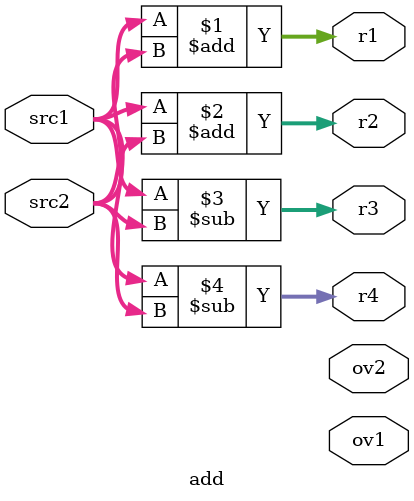
<source format=v>
`timescale 1ns / 1ps

module add(
    input wire[3:0] src1,
    input wire[3:0] src2,
    output wire[3:0] r1,
    output wire[4:0] r2,
    output wire[3:0] r3,
    output wire[4:0] r4,
    output wire ov1,
    output wire ov2
    );
    
    assign r1=src1+src2;
    assign r2=src1+src2;
    assign r3=src1-src2;
    assign r4=src1-src2;
endmodule

</source>
